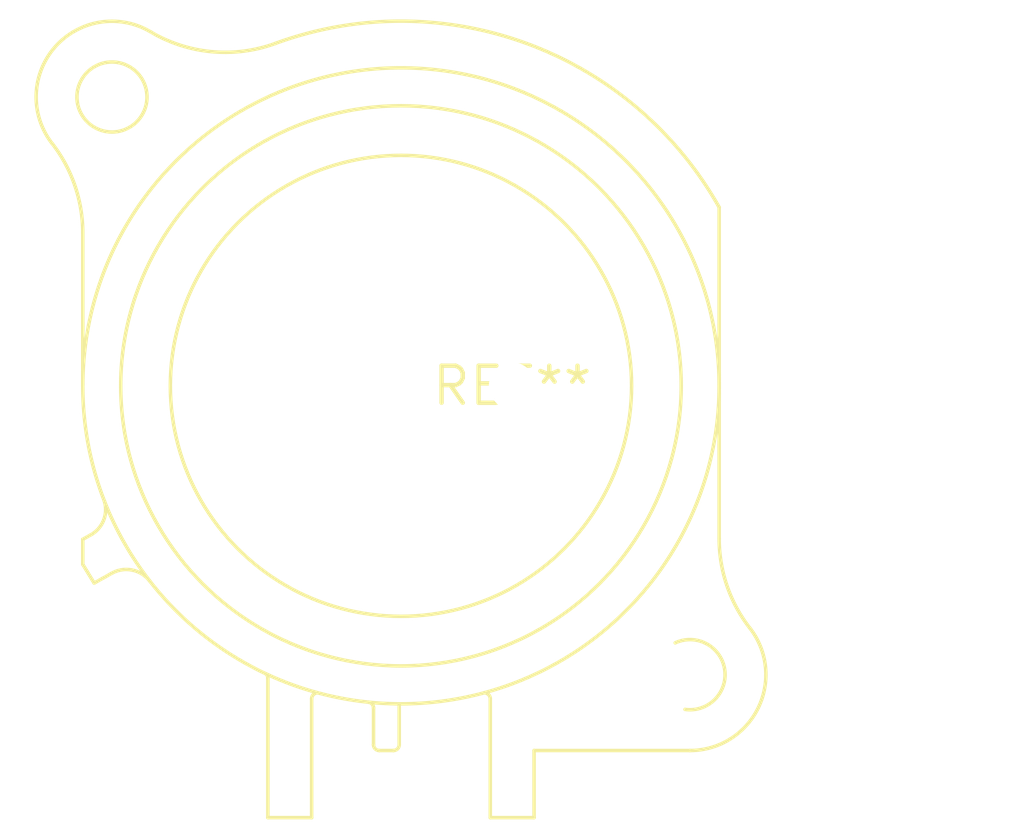
<source format=kicad_pcb>
(kicad_pcb (version 20240108) (generator pcbnew)
  (layers (0 "F.Cu" signal) (31 "B.Cu" signal) (34 "B.Paste" user) (35 "F.Paste" user) (36 "B.SilkS" user "B.Silkscreen") (37 "F.SilkS" user "F.Silkscreen") (38 "B.Mask" user) (39 "F.Mask" user) (44 "Edge.Cuts" user))
  (net 0 "")
  (footprint "Jack_XLR_Neutrik_NC3FAAV2_Vertical" (layer "F.Cu") (at 0 0)
    (property "Reference" "REF**")
    (property "Value" "Jack_XLR_Neutrik_NC3FAAV2_Vertical")
    (fp_line (start -14.71 0) (end -14.71 -5.24) (layer "F.SilkS") (stroke (width 0.12)))
    (fp_line (start -14.71 5.26) (end -14.44 5.11) (layer "F.SilkS") (stroke (width 0.12)))
    (fp_line (start -14.71 6.12) (end -14.71 5.26) (layer "F.SilkS") (stroke (width 0.12)))
    (fp_line (start -14.32 6.76) (end -14.71 6.12) (layer "F.SilkS") (stroke (width 0.12)))
    (fp_line (start -13.71 6.42) (end -14.32 6.76) (layer "F.SilkS") (stroke (width 0.12)))
    (fp_line (start -8.37 10.03) (end -8.37 14.8) (layer "F.SilkS") (stroke (width 0.12)))
    (fp_line (start -6.87 14.8) (end -8.37 14.8) (layer "F.SilkS") (stroke (width 0.12)))
    (fp_line (start -6.87 14.8) (end -6.87 10.73) (layer "F.SilkS") (stroke (width 0.12)))
    (fp_line (start -4.75 11.04) (end -4.75 12.3) (layer "F.SilkS") (stroke (width 0.12)))
    (fp_line (start -4.07 12.5) (end -4.55 12.5) (layer "F.SilkS") (stroke (width 0.12)))
    (fp_line (start -3.87 10.9) (end -3.87 12.3) (layer "F.SilkS") (stroke (width 0.12)))
    (fp_line (start -0.75 10.73) (end -0.75 10.73) (layer "F.SilkS") (stroke (width 0.12)))
    (fp_line (start -0.75 14.8) (end -0.75 10.73) (layer "F.SilkS") (stroke (width 0.12)))
    (fp_line (start 0.75 12.5) (end 6.09 12.5) (layer "F.SilkS") (stroke (width 0.12)))
    (fp_line (start 0.75 14.8) (end -0.75 14.8) (layer "F.SilkS") (stroke (width 0.12)))
    (fp_line (start 0.75 14.8) (end 0.75 12.5) (layer "F.SilkS") (stroke (width 0.12)))
    (fp_line (start 7.09 5.24) (end 7.09 -6.12) (layer "F.SilkS") (stroke (width 0.12)))
    (fp_arc (start -15.766689 -8.317569) (mid -14.98153 -6.866962) (end -14.71 -5.24) (layer "F.SilkS") (stroke (width 0.12)))
    (fp_arc (start -15.761979 -8.309032) (mid -15.65429 -11.620911) (end -12.38 -12.13) (layer "F.SilkS") (stroke (width 0.12)))
    (fp_arc (start -13.969214 3.951372) (mid -13.999461 4.614043) (end -14.44 5.11) (layer "F.SilkS") (stroke (width 0.12)))
    (fp_arc (start -13.71 6.42) (mid -13.01025 6.315915) (end -12.412202 6.693832) (layer "F.SilkS") (stroke (width 0.12)))
    (fp_arc (start -8.436364 9.870864) (mid -8.385177 9.942924) (end -8.37 10.03) (layer "F.SilkS") (stroke (width 0.12)))
    (fp_arc (start -8.12905 -11.730738) (mid 0.51404 -11.7289) (end 7.09 -6.12) (layer "F.SilkS") (stroke (width 0.12)))
    (fp_arc (start -8.118081 -11.733841) (mid -10.293498 -11.453642) (end -12.38 -12.13) (layer "F.SilkS") (stroke (width 0.12)))
    (fp_arc (start -6.87 10.73) (mid -6.814828 10.588126) (end -6.678303 10.520799) (layer "F.SilkS") (stroke (width 0.12)))
    (fp_arc (start -4.908418 10.84437) (mid -4.794571 10.914136) (end -4.75 11.04) (layer "F.SilkS") (stroke (width 0.12)))
    (fp_arc (start -4.55 12.5) (mid -4.691421 12.441421) (end -4.75 12.3) (layer "F.SilkS") (stroke (width 0.12)))
    (fp_arc (start -3.87 12.3) (mid -3.928579 12.441421) (end -4.07 12.5) (layer "F.SilkS") (stroke (width 0.12)))
    (fp_arc (start -0.949009 10.520288) (mid -0.807671 10.585446) (end -0.75 10.73) (layer "F.SilkS") (stroke (width 0.12)))
    (fp_arc (start 5.584454 8.809393) (mid 7.279278 9.725021) (end 5.92 11.09) (layer "F.SilkS") (stroke (width 0.12)))
    (fp_arc (start 8.141619 8.302858) (mid 8.42587 11.041804) (end 6.09 12.5) (layer "F.SilkS") (stroke (width 0.12)))
    (fp_arc (start 8.14247 8.305283) (mid 7.360446 6.860467) (end 7.09 5.24) (layer "F.SilkS") (stroke (width 0.12)))
    (fp_circle (center -13.71 -9.9) (end -12.51 -9.9) (layer "F.SilkS") (stroke (width 0.12)) (fill none))
    (fp_circle (center -3.81 0) (end 4.09 0) (layer "F.SilkS") (stroke (width 0.12)) (fill none))
    (fp_circle (center -3.81 0) (end 5.79 0) (layer "F.SilkS") (stroke (width 0.12)) (fill none))
    (fp_circle (center -3.81 0) (end 7.09 0) (layer "F.SilkS") (stroke (width 0.12)) (fill none))
    (pad "1" thru_hole circle (at 0 0) (size 3.4 3.4) (drill 1.6) (layers *.Cu *.Mask) (remove_unused_layers))
    (pad "2" thru_hole circle (at -7.62 0) (size 3.4 3.4) (drill 1.6) (layers *.Cu *.Mask) (remove_unused_layers))
    (pad "3" thru_hole circle (at -3.81 4.45) (size 2.9 2.9) (drill 1.2) (layers *.Cu *.Mask) (remove_unused_layers))
    (pad "G" thru_hole circle (at 4.44 10.16) (size 2.9 2.9) (drill 1.2) (layers *.Cu *.Mask) (remove_unused_layers))
  )
)
</source>
